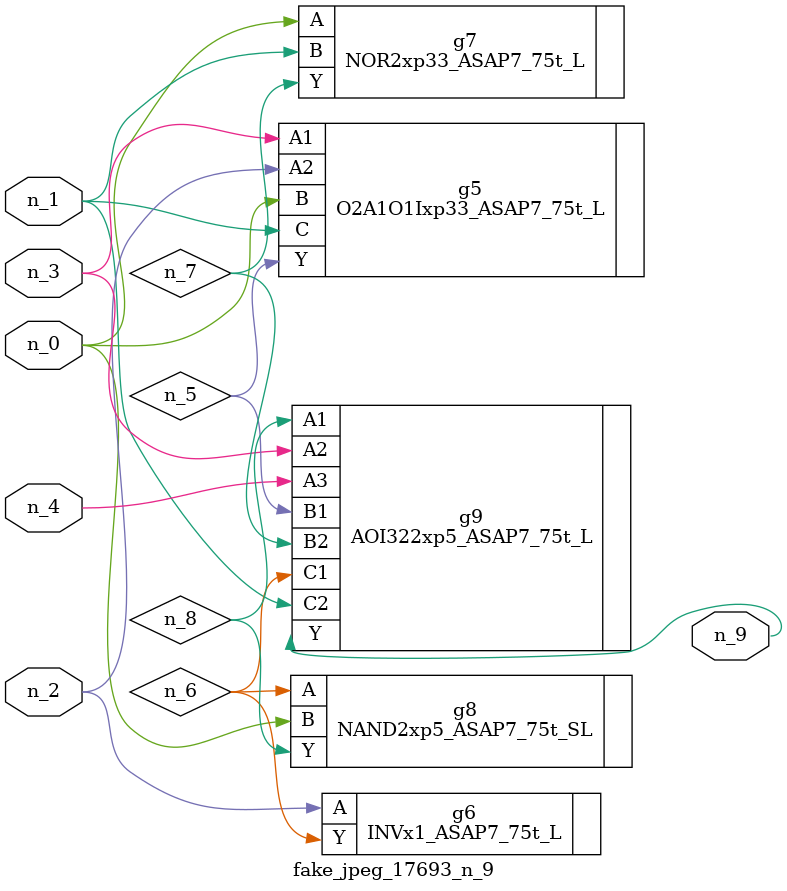
<source format=v>
module fake_jpeg_17693_n_9 (n_3, n_2, n_1, n_0, n_4, n_9);

input n_3;
input n_2;
input n_1;
input n_0;
input n_4;

output n_9;

wire n_8;
wire n_6;
wire n_5;
wire n_7;

O2A1O1Ixp33_ASAP7_75t_L g5 ( 
.A1(n_3),
.A2(n_2),
.B(n_0),
.C(n_1),
.Y(n_5)
);

INVx1_ASAP7_75t_L g6 ( 
.A(n_2),
.Y(n_6)
);

NOR2xp33_ASAP7_75t_L g7 ( 
.A(n_0),
.B(n_1),
.Y(n_7)
);

NAND2xp5_ASAP7_75t_SL g8 ( 
.A(n_6),
.B(n_0),
.Y(n_8)
);

AOI322xp5_ASAP7_75t_L g9 ( 
.A1(n_8),
.A2(n_3),
.A3(n_4),
.B1(n_5),
.B2(n_7),
.C1(n_6),
.C2(n_1),
.Y(n_9)
);


endmodule
</source>
